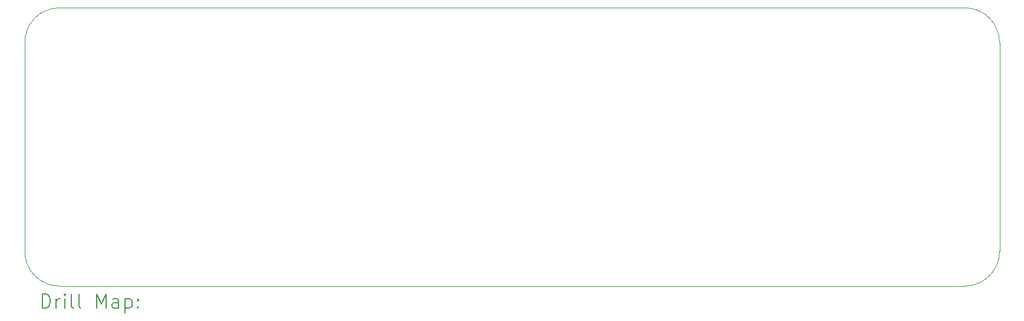
<source format=gbr>
%FSLAX45Y45*%
G04 Gerber Fmt 4.5, Leading zero omitted, Abs format (unit mm)*
G04 Created by KiCad (PCBNEW (6.0.4)) date 2022-10-27 14:20:45*
%MOMM*%
%LPD*%
G01*
G04 APERTURE LIST*
%TA.AperFunction,Profile*%
%ADD10C,0.100000*%
%TD*%
%ADD11C,0.200000*%
G04 APERTURE END LIST*
D10*
X10000000Y-11500000D02*
G75*
G03*
X10500000Y-12000000I500000J0D01*
G01*
X24000000Y-8500000D02*
G75*
G03*
X23500000Y-8000000I-500000J0D01*
G01*
X10500000Y-8000000D02*
G75*
G03*
X10000000Y-8500000I0J-500000D01*
G01*
X10000000Y-8500000D02*
X10000000Y-11500000D01*
X23500000Y-8000000D02*
X10500000Y-8000000D01*
X23500000Y-12000000D02*
G75*
G03*
X24000000Y-11500000I0J500000D01*
G01*
X10500000Y-12000000D02*
X23500000Y-12000000D01*
X24000000Y-11500000D02*
X24000000Y-8500000D01*
D11*
X10252619Y-12315476D02*
X10252619Y-12115476D01*
X10300238Y-12115476D01*
X10328810Y-12125000D01*
X10347857Y-12144048D01*
X10357381Y-12163095D01*
X10366905Y-12201190D01*
X10366905Y-12229762D01*
X10357381Y-12267857D01*
X10347857Y-12286905D01*
X10328810Y-12305952D01*
X10300238Y-12315476D01*
X10252619Y-12315476D01*
X10452619Y-12315476D02*
X10452619Y-12182143D01*
X10452619Y-12220238D02*
X10462143Y-12201190D01*
X10471667Y-12191667D01*
X10490714Y-12182143D01*
X10509762Y-12182143D01*
X10576429Y-12315476D02*
X10576429Y-12182143D01*
X10576429Y-12115476D02*
X10566905Y-12125000D01*
X10576429Y-12134524D01*
X10585952Y-12125000D01*
X10576429Y-12115476D01*
X10576429Y-12134524D01*
X10700238Y-12315476D02*
X10681190Y-12305952D01*
X10671667Y-12286905D01*
X10671667Y-12115476D01*
X10805000Y-12315476D02*
X10785952Y-12305952D01*
X10776429Y-12286905D01*
X10776429Y-12115476D01*
X11033571Y-12315476D02*
X11033571Y-12115476D01*
X11100238Y-12258333D01*
X11166905Y-12115476D01*
X11166905Y-12315476D01*
X11347857Y-12315476D02*
X11347857Y-12210714D01*
X11338333Y-12191667D01*
X11319286Y-12182143D01*
X11281190Y-12182143D01*
X11262143Y-12191667D01*
X11347857Y-12305952D02*
X11328809Y-12315476D01*
X11281190Y-12315476D01*
X11262143Y-12305952D01*
X11252619Y-12286905D01*
X11252619Y-12267857D01*
X11262143Y-12248809D01*
X11281190Y-12239286D01*
X11328809Y-12239286D01*
X11347857Y-12229762D01*
X11443095Y-12182143D02*
X11443095Y-12382143D01*
X11443095Y-12191667D02*
X11462143Y-12182143D01*
X11500238Y-12182143D01*
X11519286Y-12191667D01*
X11528809Y-12201190D01*
X11538333Y-12220238D01*
X11538333Y-12277381D01*
X11528809Y-12296428D01*
X11519286Y-12305952D01*
X11500238Y-12315476D01*
X11462143Y-12315476D01*
X11443095Y-12305952D01*
X11624048Y-12296428D02*
X11633571Y-12305952D01*
X11624048Y-12315476D01*
X11614524Y-12305952D01*
X11624048Y-12296428D01*
X11624048Y-12315476D01*
X11624048Y-12191667D02*
X11633571Y-12201190D01*
X11624048Y-12210714D01*
X11614524Y-12201190D01*
X11624048Y-12191667D01*
X11624048Y-12210714D01*
M02*

</source>
